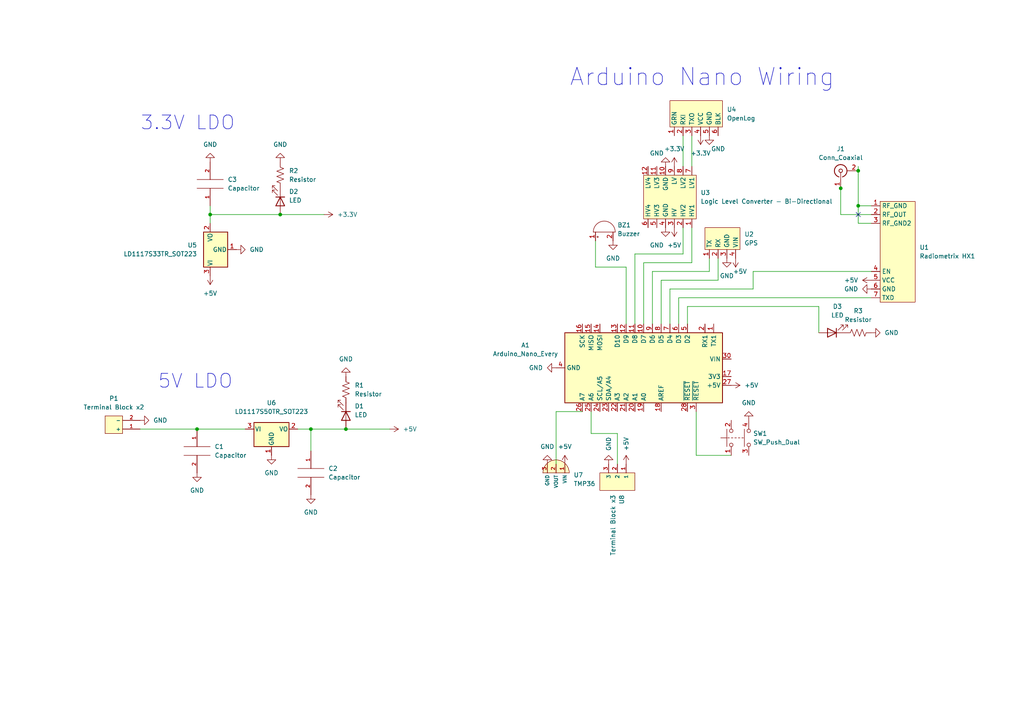
<source format=kicad_sch>
(kicad_sch (version 20211123) (generator eeschema)
  (paper "A4")
  (title_block (title "Trackuino-v2 Arduino Nano"))
  (lib_symbols
    (symbol "Connector:Conn_Coaxial" (pin_names (offset 1.016) hide)
      (property "Reference" "J" (at 0.254 3.048 0))
      (property "Value" "Conn_Coaxial" (at 2.921 0 90))
      (symbol "Conn_Coaxial_0_1"
        (arc (start -1.778 -0.508) (mid 0.2311 -1.8066) (end 1.778 0) (stroke (width 0.254)))
        (polyline (pts (xy -2.54 0) (xy -0.508 0)))
        (polyline (pts (xy 0 -2.54) (xy 0 -1.778)))
        (circle (center 0 0) (radius 0.508) (stroke (width 0.2032)))
        (arc (start 1.778 0) (mid 0.2099 1.8101) (end -1.778 0.508) (stroke (width 0.254)))
      )
      (symbol "Conn_Coaxial_1_1"
        (pin passive line (at -5.08 0 0) (length 2.54) (name "In") (number "1"))
        (pin passive line (at 0 -5.08 90) (length 2.54) (name "Ext") (number "2"))
      )
    )
    (symbol "Device:Buzzer" (pin_names (offset 0.0254) hide)
      (property "Reference" "BZ" (at 3.81 1.27 0))
      (property "Value" "Buzzer" (at 3.81 -1.27 0))
      (symbol "Buzzer_0_1"
        (arc (start 0 -3.175) (mid 3.175 0) (end 0 3.175))
        (polyline (pts (xy -1.651 1.905) (xy -1.143 1.905)))
        (polyline (pts (xy -1.397 2.159) (xy -1.397 1.651)))
        (polyline (pts (xy 0 3.175) (xy 0 -3.175)))
      )
      (symbol "Buzzer_1_1"
        (pin passive line (at -2.54 2.54 0) (length 2.54) (name "-") (number "1"))
        (pin passive line (at -2.54 -2.54 0) (length 2.54) (name "+") (number "2"))
      )
    )
    (symbol "MCU_Module:Arduino_Nano_Every"
      (property "Reference" "A" (at -10.16 23.495 0))
      (property "Value" "Arduino_Nano_Every" (at 5.08 -24.13 0))
      (symbol "Arduino_Nano_Every_0_1"
        (rectangle (start -10.16 22.86) (end 10.16 -22.86) (stroke (width 0.254)) (fill (type background)))
      )
      (symbol "Arduino_Nano_Every_1_1"
        (pin bidirectional line (at -12.7 20.32 0) (length 2.54) (name "TX1") (number "1"))
        (pin bidirectional line (at -12.7 0 0) (length 2.54) (name "D7") (number "10"))
        (pin bidirectional line (at -12.7 -2.54 0) (length 2.54) (name "D8") (number "11"))
        (pin bidirectional line (at -12.7 -5.08 0) (length 2.54) (name "D9") (number "12"))
        (pin bidirectional line (at -12.7 -7.62 0) (length 2.54) (name "D10") (number "13"))
        (pin bidirectional line (at -12.7 -12.7 0) (length 2.54) (name "MOSI") (number "14"))
        (pin bidirectional line (at -12.7 -15.24 0) (length 2.54) (name "MISO") (number "15"))
        (pin bidirectional line (at -12.7 -17.78 0) (length 2.54) (name "SCK") (number "16"))
        (pin power_out line (at 2.54 25.4 270) (length 2.54) (name "3V3") (number "17"))
        (pin input line (at 12.7 5.08 180) (length 2.54) (name "AREF") (number "18"))
        (pin bidirectional line (at 12.7 0 180) (length 2.54) (name "A0") (number "19"))
        (pin bidirectional line (at -12.7 17.78 0) (length 2.54) (name "RX1") (number "2"))
        (pin bidirectional line (at 12.7 -2.54 180) (length 2.54) (name "A1") (number "20"))
        (pin bidirectional line (at 12.7 -5.08 180) (length 2.54) (name "A2") (number "21"))
        (pin bidirectional line (at 12.7 -7.62 180) (length 2.54) (name "A3") (number "22"))
        (pin bidirectional line (at 12.7 -10.16 180) (length 2.54) (name "SDA/A4") (number "23"))
        (pin bidirectional line (at 12.7 -12.7 180) (length 2.54) (name "SCL/A5") (number "24"))
        (pin bidirectional line (at 12.7 -15.24 180) (length 2.54) (name "A6") (number "25"))
        (pin bidirectional line (at 12.7 -17.78 180) (length 2.54) (name "A7") (number "26"))
        (pin power_out line (at 5.08 25.4 270) (length 2.54) (name "+5V") (number "27"))
        (pin input line (at 12.7 12.7 180) (length 2.54) (name "~{RESET}") (number "28"))
        (pin passive line (at 0 -25.4 90) (length 2.54) hide (name "GND") (number "29"))
        (pin input line (at 12.7 15.24 180) (length 2.54) (name "~{RESET}") (number "3"))
        (pin power_in line (at -2.54 25.4 270) (length 2.54) (name "VIN") (number "30"))
        (pin power_in line (at 0 -25.4 90) (length 2.54) (name "GND") (number "4"))
        (pin bidirectional line (at -12.7 12.7 0) (length 2.54) (name "D2") (number "5"))
        (pin bidirectional line (at -12.7 10.16 0) (length 2.54) (name "D3") (number "6"))
        (pin bidirectional line (at -12.7 7.62 0) (length 2.54) (name "D4") (number "7"))
        (pin bidirectional line (at -12.7 5.08 0) (length 2.54) (name "D5") (number "8"))
        (pin bidirectional line (at -12.7 2.54 0) (length 2.54) (name "D6") (number "9"))
      )
    )
    (symbol "Regulator_Linear:LD1117S33TR_SOT223" (pin_names (offset 0.254))
      (property "Reference" "U" (at -3.81 3.175 0))
      (property "Value" "LD1117S33TR_SOT223" (at 0 3.175 0))
      (symbol "LD1117S33TR_SOT223_0_1"
        (rectangle (start -5.08 -5.08) (end 5.08 1.905) (stroke (width 0.254)) (fill (type background)))
      )
      (symbol "LD1117S33TR_SOT223_1_1"
        (pin power_in line (at 0 -7.62 90) (length 2.54) (name "GND") (number "1"))
        (pin power_out line (at 7.62 0 180) (length 2.54) (name "VO") (number "2"))
        (pin power_in line (at -7.62 0 0) (length 2.54) (name "VI") (number "3"))
      )
    )
    (symbol "Regulator_Linear:LD1117S50TR_SOT223" (pin_names (offset 0.254))
      (property "Reference" "U" (at -3.81 3.175 0))
      (property "Value" "LD1117S50TR_SOT223" (at 0 3.175 0))
      (symbol "LD1117S50TR_SOT223_0_1"
        (rectangle (start -5.08 -5.08) (end 5.08 1.905) (stroke (width 0.254)) (fill (type background)))
      )
      (symbol "LD1117S50TR_SOT223_1_1"
        (pin power_in line (at 0 -7.62 90) (length 2.54) (name "GND") (number "1"))
        (pin power_out line (at 7.62 0 180) (length 2.54) (name "VO") (number "2"))
        (pin power_in line (at -7.62 0 0) (length 2.54) (name "VI") (number "3"))
      )
    )
    (symbol "Switch:SW_Push_Dual" (pin_names (offset 1.016) hide)
      (property "Reference" "SW" (at 1.27 2.54 0))
      (property "Value" "SW_Push_Dual" (at 0 -6.858 0))
      (symbol "SW_Push_Dual_0_1"
        (circle (center -2.032 -5.08) (radius 0.508))
        (circle (center -2.032 0) (radius 0.508))
        (polyline (pts (xy 0 -3.048) (xy 0 -3.556)))
        (polyline (pts (xy 0 -2.032) (xy 0 -2.54)))
        (polyline (pts (xy 0 -1.524) (xy 0 -1.016)))
        (polyline (pts (xy 0 -0.508) (xy 0 0)))
        (polyline (pts (xy 0 0.508) (xy 0 1.016)))
        (polyline (pts (xy 0 1.27) (xy 0 3.048)))
        (polyline (pts (xy 2.54 -3.81) (xy -2.54 -3.81)))
        (polyline (pts (xy 2.54 1.27) (xy -2.54 1.27)))
        (circle (center 2.032 -5.08) (radius 0.508))
        (circle (center 2.032 0) (radius 0.508))
        (pin passive line (at -5.08 0 0) (length 2.54) (name "1") (number "1"))
        (pin passive line (at 5.08 0 180) (length 2.54) (name "2") (number "2"))
        (pin passive line (at -5.08 -5.08 0) (length 2.54) (name "3") (number "3"))
        (pin passive line (at 5.08 -5.08 180) (length 2.54) (name "4") (number "4"))
      )
    )
    (symbol "Trackuino:Capacitor" (pin_names (offset 0.254))
      (property "Reference" "C?" (at 5.08 1.2701 0))
      (property "Value" "Capacitor" (at 5.08 -1.2699 0))
      (symbol "Capacitor_0_1"
        (polyline (pts (xy -3.81 -1.27) (xy 3.81 -1.27)))
        (polyline (pts (xy -3.81 1.27) (xy 3.81 1.27)))
      )
      (symbol "Capacitor_1_1"
        (pin power_in line (at 0 6.35 270) (length 5.08) (name "~") (number "1"))
        (pin power_out line (at 0 -6.35 90) (length 5.08) (name "~") (number "2"))
      )
    )
    (symbol "Trackuino:GPS"
      (property "Reference" "U" (at 0 10.16 0))
      (property "Value" "GPS" (at 0 6.35 0))
      (symbol "GPS_0_1"
        (rectangle (start -5.08 3.81) (end 5.08 -2.54) (fill (type background)))
      )
      (symbol "GPS_1_1"
        (pin output line (at -3.81 -5.08 90) (length 2.54) (name "TX") (number "1"))
        (pin input line (at -1.27 -5.08 90) (length 2.54) (name "RX") (number "2"))
        (pin power_in line (at 1.27 -5.08 90) (length 2.54) (name "GND") (number "3"))
        (pin power_in line (at 3.81 -5.08 90) (length 2.54) (name "VIN") (number "4"))
      )
    )
    (symbol "Trackuino:LED" (pin_numbers hide) (pin_names (offset 1.016) hide)
      (property "Reference" "D?" (at -1.5875 6.35 0))
      (property "Value" "LED" (at -1.5875 3.81 0))
      (symbol "LED_0_1"
        (polyline (pts (xy -1.27 -1.27) (xy -1.27 1.27)) (stroke (width 0.254)))
        (polyline (pts (xy -1.27 0) (xy 1.27 0)))
        (polyline (pts (xy 1.27 -1.27) (xy 1.27 1.27) (xy -1.27 0) (xy 1.27 -1.27)) (stroke (width 0.254)))
        (polyline (pts (xy -3.048 -0.762) (xy -4.572 -2.286) (xy -3.81 -2.286) (xy -4.572 -2.286) (xy -4.572 -1.524)))
        (polyline (pts (xy -1.778 -0.762) (xy -3.302 -2.286) (xy -2.54 -2.286) (xy -3.302 -2.286) (xy -3.302 -1.524)))
      )
      (symbol "LED_1_1"
        (pin passive line (at -3.81 0 0) (length 2.54) (name "K") (number "1"))
        (pin passive line (at 3.81 0 180) (length 2.54) (name "A") (number "2"))
      )
    )
    (symbol "Trackuino:Logic Level Converter - Bi-Directional"
      (property "Reference" "U" (at 0 15.24 0))
      (property "Value" "Logic Level Converter - Bi-Directional" (at 0 12.7 0))
      (symbol "Logic Level Converter - Bi-Directional_0_1"
        (rectangle (start -6.35 10.16) (end 6.35 -5.08) (fill (type background)))
      )
      (symbol "Logic Level Converter - Bi-Directional_1_1"
        (pin bidirectional line (at -8.89 -3.81 0) (length 2.54) (name "HV1") (number "1"))
        (pin power_in line (at 8.89 3.81 180) (length 2.54) (name "GND") (number "10"))
        (pin bidirectional line (at 8.89 6.35 180) (length 2.54) (name "LV3") (number "11"))
        (pin bidirectional line (at 8.89 8.89 180) (length 2.54) (name "LV4") (number "12"))
        (pin bidirectional line (at -8.89 -1.27 0) (length 2.54) (name "HV2") (number "2"))
        (pin power_in line (at -8.89 1.27 0) (length 2.54) (name "HV") (number "3"))
        (pin power_in line (at -8.89 3.81 0) (length 2.54) (name "GND") (number "4"))
        (pin bidirectional line (at -8.89 6.35 0) (length 2.54) (name "HV3") (number "5"))
        (pin bidirectional line (at -8.89 8.89 0) (length 2.54) (name "HV4") (number "6"))
        (pin bidirectional line (at 8.89 -3.81 180) (length 2.54) (name "LV1") (number "7"))
        (pin bidirectional line (at 8.89 -1.27 180) (length 2.54) (name "LV2") (number "8"))
        (pin power_in line (at 8.89 1.27 180) (length 2.54) (name "LV") (number "9"))
      )
    )
    (symbol "Trackuino:OpenLog"
      (property "Reference" "U" (at 0 6.35 0))
      (property "Value" "OpenLog" (at 0 5.08 0))
      (symbol "OpenLog_0_1"
        (rectangle (start -7.62 3.81) (end 7.62 -3.81) (fill (type background)))
      )
      (symbol "OpenLog_1_1"
        (pin input line (at -6.35 -6.35 90) (length 2.54) (name "GRN") (number "1"))
        (pin input line (at -3.81 -6.35 90) (length 2.54) (name "RXI") (number "2"))
        (pin output line (at -1.27 -6.35 90) (length 2.54) (name "TXO") (number "3"))
        (pin power_in line (at 1.27 -6.35 90) (length 2.54) (name "VCC") (number "4"))
        (pin power_in line (at 3.81 -6.35 90) (length 2.54) (name "GND") (number "5"))
        (pin power_in line (at 6.35 -6.35 90) (length 2.54) (name "BLK") (number "6"))
      )
    )
    (symbol "Trackuino:Radiometrix HX1"
      (property "Reference" "U" (at 0 15.24 0))
      (property "Value" "Radiometrix HX1" (at 0 11.43 0))
      (symbol "Radiometrix HX1_0_1"
        (rectangle (start -13.97 7.62) (end 15.24 -2.54) (fill (type background)))
      )
      (symbol "Radiometrix HX1_1_1"
        (pin power_out line (at -12.7 -5.08 90) (length 2.54) (name "RF_GND") (number "1"))
        (pin power_out line (at -10.16 -5.08 90) (length 2.54) (name "RF_OUT") (number "2"))
        (pin power_out line (at -7.62 -5.08 90) (length 2.54) (name "RF_GND2") (number "3"))
        (pin input line (at 6.35 -5.08 90) (length 2.54) (name "EN") (number "4"))
        (pin power_in line (at 8.89 -5.08 90) (length 2.54) (name "VCC") (number "5"))
        (pin power_in line (at 11.43 -5.08 90) (length 2.54) (name "GND") (number "6"))
        (pin input line (at 13.97 -5.08 90) (length 2.54) (name "TXD") (number "7"))
      )
    )
    (symbol "Trackuino:Resistor" (pin_numbers hide) (pin_names (offset 0))
      (property "Reference" "R?" (at 2.54 1.2701 0))
      (property "Value" "Resistor" (at 2.54 -1.2699 0))
      (symbol "Resistor_0_1"
        (polyline (pts (xy 0 -2.286) (xy 0 -2.54)))
        (polyline (pts (xy 0 2.286) (xy 0 2.54)))
        (polyline (pts (xy 0 -0.762) (xy 1.016 -1.143) (xy 0 -1.524) (xy -1.016 -1.905) (xy 0 -2.286)))
        (polyline (pts (xy 0 0.762) (xy 1.016 0.381) (xy 0 0) (xy -1.016 -0.381) (xy 0 -0.762)))
        (polyline (pts (xy 0 2.286) (xy 1.016 1.905) (xy 0 1.524) (xy -1.016 1.143) (xy 0 0.762)))
      )
      (symbol "Resistor_1_1"
        (pin passive line (at 0 3.81 270) (length 1.27) (name "~") (number "1"))
        (pin passive line (at 0 -3.81 90) (length 1.27) (name "~") (number "2"))
      )
    )
    (symbol "Trackuino:TMP36"
      (property "Reference" "U" (at 0 0 0))
      (property "Value" "TMP36" (at 0 2.54 0))
      (symbol "TMP36_0_1"
        (arc (start -3.81 -6.35) (mid 0 -10.1992) (end 3.81 -6.35) (fill (type background)))
        (rectangle (start 3.81 -6.35) (end -3.81 -6.35))
      )
      (symbol "TMP36_1_1"
        (pin power_in line (at -2.54 -8.89 90) (length 2.54) (name "VIN") (number "1"))
        (pin power_out line (at 0 -8.89 90) (length 2.54) (name "VOUT") (number "2"))
        (pin power_in line (at 2.54 -8.89 90) (length 2.54) (name "GND") (number "3"))
      )
    )
    (symbol "Trackuino:Terminal Block x2"
      (property "Reference" "P" (at 0 0 0))
      (property "Value" "Terminal Block x2" (at 0 2.54 0))
      (symbol "Terminal Block x2_0_1"
        (rectangle (start -2.54 -1.27) (end 2.54 -6.35) (fill (type background)))
      )
      (symbol "Terminal Block x2_1_1"
        (pin power_in line (at -1.27 -11.43 90) (length 5.08) (name "+") (number "1"))
        (pin power_in line (at 1.27 -11.43 90) (length 5.08) (name "-") (number "2"))
      )
    )
    (symbol "Trackuino:Terminal Block x3"
      (property "Reference" "U" (at 0 0 0))
      (property "Value" "Terminal Block x3" (at 0 2.54 0))
      (symbol "Terminal Block x3_0_1"
        (rectangle (start -5.08 -2.54) (end 5.08 -7.62) (fill (type background)))
      )
      (symbol "Terminal Block x3_1_1"
        (pin unspecified line (at -2.54 -10.16 90) (length 2.54) (name "1") (number "1"))
        (pin unspecified line (at 0 -10.16 90) (length 2.54) (name "2") (number "2"))
        (pin unspecified line (at 2.54 -10.16 90) (length 2.54) (name "3") (number "3"))
      )
    )
    (symbol "power:+3.3V" (power) (pin_names (offset 0))
      (property "Value" "+3.3V" (at 0 3.556 0))
      (symbol "+3.3V_0_1"
        (polyline (pts (xy -0.762 1.27) (xy 0 2.54)))
        (polyline (pts (xy 0 0) (xy 0 2.54)))
        (polyline (pts (xy 0 2.54) (xy 0.762 1.27)))
      )
      (symbol "+3.3V_1_1"
        (pin power_in line (at 0 0 90) (length 0) hide (name "+3.3V") (number "1"))
      )
    )
    (symbol "power:+5V" (power) (pin_names (offset 0))
      (property "Value" "+5V" (at 0 3.556 0))
      (symbol "+5V_0_1"
        (polyline (pts (xy -0.762 1.27) (xy 0 2.54)))
        (polyline (pts (xy 0 0) (xy 0 2.54)))
        (polyline (pts (xy 0 2.54) (xy 0.762 1.27)))
      )
      (symbol "+5V_1_1"
        (pin power_in line (at 0 0 90) (length 0) hide (name "+5V") (number "1"))
      )
    )
    (symbol "power:GND" (power) (pin_names (offset 0))
      (property "Value" "GND" (at 0 -3.81 0))
      (symbol "GND_0_1"
        (polyline (pts (xy 0 0) (xy 0 -1.27) (xy 1.27 -1.27) (xy 0 -2.54) (xy -1.27 -1.27) (xy 0 -1.27)))
      )
      (symbol "GND_1_1"
        (pin power_in line (at 0 0 270) (length 0) hide (name "GND") (number "1"))
      )
    )
  )
  (junction (at 57.15 124.46))
  (junction (at 60.96 62.23))
  (junction (at 248.92 49.53))
  (junction (at 90.17 124.46))
  (junction (at 81.28 62.23))
  (junction (at 100.33 124.46))
  (junction (at 248.92 59.69))
  (junction (at 243.84 54.61))
  (no_connect (at 248.92 62.23))
  (wire (pts (xy 60.96 62.23) (xy 81.28 62.23)))
  (wire (pts (xy 243.84 62.23) (xy 243.84 54.61)))
  (wire (pts (xy 199.39 88.9) (xy 199.39 93.98)))
  (wire (pts (xy 90.17 124.46) (xy 100.33 124.46)))
  (wire (pts (xy 248.92 59.69) (xy 252.73 59.69)))
  (wire (pts (xy 201.93 132.08) (xy 212.09 132.08)))
  (wire (pts (xy 200.66 39.37) (xy 200.66 48.26)))
  (wire (pts (xy 196.85 86.36) (xy 252.73 86.36)))
  (wire (pts (xy 189.23 78.74) (xy 189.23 93.98)))
  (wire (pts (xy 60.96 62.23) (xy 60.96 64.77)))
  (wire (pts (xy 198.12 66.04) (xy 198.12 73.66)))
  (wire (pts (xy 172.72 77.47) (xy 181.61 77.47)))
  (wire (pts (xy 179.07 125.73) (xy 171.45 125.73)))
  (wire (pts (xy 172.72 69.85) (xy 172.72 77.47)))
  (wire (pts (xy 248.92 48.26) (xy 248.92 49.53)))
  (wire (pts (xy 205.74 74.93) (xy 205.74 78.74)))
  (wire (pts (xy 237.49 88.9) (xy 199.39 88.9)))
  (wire (pts (xy 179.07 134.62) (xy 179.07 125.73)))
  (wire (pts (xy 196.85 86.36) (xy 196.85 93.98)))
  (wire (pts (xy 90.17 124.46) (xy 90.17 130.81)))
  (wire (pts (xy 161.29 119.38) (xy 168.91 119.38)))
  (wire (pts (xy 200.66 76.2) (xy 186.69 76.2)))
  (wire (pts (xy 252.73 64.77) (xy 248.92 64.77)))
  (wire (pts (xy 184.15 73.66) (xy 184.15 93.98)))
  (wire (pts (xy 237.49 96.52) (xy 237.49 88.9)))
  (wire (pts (xy 57.15 124.46) (xy 71.12 124.46)))
  (wire (pts (xy 252.73 62.23) (xy 243.84 62.23)))
  (wire (pts (xy 198.12 39.37) (xy 198.12 48.26)))
  (wire (pts (xy 200.66 66.04) (xy 200.66 76.2)))
  (wire (pts (xy 248.92 59.69) (xy 248.92 49.53)))
  (wire (pts (xy 198.12 73.66) (xy 184.15 73.66)))
  (wire (pts (xy 40.64 124.46) (xy 57.15 124.46)))
  (wire (pts (xy 218.44 78.74) (xy 218.44 83.82)))
  (wire (pts (xy 90.17 124.46) (xy 86.36 124.46)))
  (wire (pts (xy 252.73 78.74) (xy 218.44 78.74)))
  (wire (pts (xy 100.33 124.46) (xy 113.03 124.46)))
  (wire (pts (xy 161.29 134.62) (xy 161.29 119.38)))
  (wire (pts (xy 81.28 62.23) (xy 93.98 62.23)))
  (wire (pts (xy 191.77 81.28) (xy 191.77 93.98)))
  (wire (pts (xy 218.44 83.82) (xy 194.31 83.82)))
  (wire (pts (xy 248.92 64.77) (xy 248.92 59.69)))
  (wire (pts (xy 243.84 53.34) (xy 243.84 54.61)))
  (wire (pts (xy 208.28 81.28) (xy 208.28 74.93)))
  (wire (pts (xy 60.96 59.69) (xy 60.96 62.23)))
  (wire (pts (xy 186.69 76.2) (xy 186.69 93.98)))
  (wire (pts (xy 191.77 81.28) (xy 208.28 81.28)))
  (wire (pts (xy 194.31 83.82) (xy 194.31 93.98)))
  (wire (pts (xy 201.93 119.38) (xy 201.93 132.08)))
  (wire (pts (xy 205.74 78.74) (xy 189.23 78.74)))
  (wire (pts (xy 181.61 77.47) (xy 181.61 93.98)))
  (wire (pts (xy 171.45 125.73) (xy 171.45 119.38)))
  (text "5V LDO" (at 45.72 113.03 0) (effects (font (size 4 4)) (justify left bottom)))
  (text "3.3V LDO" (at 40.64 38.1 0) (effects (font (size 4 4)) (justify left bottom)))
  (text "Arduino Nano Wiring" (at 165.1 25.4 0) (effects (font (size 5 5)) (justify left bottom)))
  (symbol (lib_id "power:GND") (at 176.53 134.62 180) (unit 1)
    (property "Reference" "#PWR0118" (effects hide))
    (property "Value" "GND" (at 176.5301 130.81 90) (effects (justify right)))
  )
  (symbol (lib_id "power:GND") (at 177.8 69.85 0) (unit 1)
    (property "Reference" "#PWR0123" (effects hide))
    (property "Value" "GND" (at 177.8 74.93 0))
  )
  (symbol (lib_id "Trackuino:Capacitor") (at 57.15 130.81 0) (unit 1)
    (property "Reference" "C1" (at 62.23 129.5399 0) (effects (justify left)))
    (property "Value" "Capacitor" (at 62.23 132.0799 0) (effects (justify left)))
    (property "Footprint" "Trackuino:Capacitor" (effects hide))
  )
  (symbol (lib_id "MCU_Module:Arduino_Nano_Every") (at 186.69 106.68 270) (unit 1)
    (property "Reference" "A1" (at 152.4 100.1012 90))
    (property "Value" "Arduino_Nano_Every" (at 152.4 102.6412 90))
    (property "Footprint" "Module:Arduino_Nano" (effects hide))
    (property "Datasheet" "https://content.arduino.cc/assets/NANOEveryV3.0_sch.pdf" (effects hide))
  )
  (symbol (lib_id "power:+5V") (at 60.96 80.01 180) (unit 1)
    (property "Reference" "#PWR0102" (effects hide))
    (property "Value" "+5V" (at 60.96 85.09 0))
  )
  (symbol (lib_id "Trackuino:Resistor") (at 100.33 113.03 0) (unit 1)
    (property "Reference" "R1" (at 102.87 111.7599 0) (effects (justify left)))
    (property "Value" "Resistor" (at 102.87 114.2999 0) (effects (justify left)))
    (property "Footprint" "Trackuino:Resistor" (effects hide))
  )
  (symbol (lib_id "power:+5V") (at 252.73 81.28 90) (unit 1)
    (property "Reference" "#PWR0126" (effects hide))
    (property "Value" "+5V" (at 248.92 81.2799 90) (effects (justify left)))
  )
  (symbol (lib_id "power:+3.3V") (at 195.58 48.26 0) (unit 1)
    (property "Reference" "#PWR0128" (effects hide))
    (property "Value" "+3.3V" (at 195.58 43.18 0))
  )
  (symbol (lib_id "Trackuino:Capacitor") (at 90.17 137.16 0) (unit 1)
    (property "Reference" "C2" (at 95.25 135.8899 0) (effects (justify left)))
    (property "Value" "Capacitor" (at 95.25 138.4299 0) (effects (justify left)))
    (property "Footprint" "Trackuino:Capacitor" (effects hide))
  )
  (symbol (lib_id "Connector:Conn_Coaxial") (at 243.84 49.53 90) (unit 1)
    (property "Reference" "J1" (at 243.84 43.18 90))
    (property "Value" "Conn_Coaxial" (at 243.84 45.72 90))
    (property "Footprint" "Trackuino:SMA Jack" (effects hide))
    (property "Datasheet" " ~" (effects hide))
  )
  (symbol (lib_id "power:+5V") (at 213.36 74.93 180) (unit 1)
    (property "Reference" "#PWR0121" (effects hide))
    (property "Value" "+5V" (at 214.63 78.74 0))
  )
  (symbol (lib_id "power:+5V") (at 113.03 124.46 270) (unit 1)
    (property "Reference" "#PWR0107" (effects hide))
    (property "Value" "+5V" (at 116.84 124.4599 90) (effects (justify left)))
  )
  (symbol (lib_id "power:GND") (at 161.29 106.68 270) (unit 1)
    (property "Reference" "#PWR0116" (effects hide))
    (property "Value" "GND" (at 157.48 106.6799 90) (effects (justify right)))
  )
  (symbol (lib_id "power:GND") (at 78.74 132.08 0) (unit 1)
    (property "Reference" "#PWR0104" (effects hide))
    (property "Value" "GND" (at 78.74 137.16 0))
  )
  (symbol (lib_id "power:GND") (at 68.58 72.39 90) (unit 1)
    (property "Reference" "#PWR0111" (effects hide))
    (property "Value" "GND" (at 72.39 72.3899 90) (effects (justify right)))
  )
  (symbol (lib_id "Trackuino:Terminal Block x3") (at 179.07 144.78 180) (unit 1)
    (property "Reference" "U8" (at 180.3401 143.51 90) (effects (justify left)))
    (property "Value" "Terminal Block x3" (at 177.8001 143.51 90) (effects (justify left)))
    (property "Footprint" "Trackuino:Terminal Block x3" (effects hide))
  )
  (symbol (lib_id "power:GND") (at 158.75 134.62 180) (unit 1)
    (property "Reference" "#PWR0120" (effects hide))
    (property "Value" "GND" (at 158.75 129.54 0))
  )
  (symbol (lib_id "power:GND") (at 217.17 121.92 180) (unit 1)
    (property "Reference" "#PWR0113" (effects hide))
    (property "Value" "GND" (at 217.17 116.84 0))
  )
  (symbol (lib_id "Trackuino:LED") (at 81.28 58.42 270) (unit 1)
    (property "Reference" "D2" (at 83.82 55.5624 90) (effects (justify left)))
    (property "Value" "LED" (at 83.82 58.1024 90) (effects (justify left)))
    (property "Footprint" "Trackuino:LED" (effects hide))
  )
  (symbol (lib_id "power:GND") (at 252.73 96.52 90) (unit 1)
    (property "Reference" "#PWR0124" (effects hide))
    (property "Value" "GND" (at 256.54 96.5199 90) (effects (justify right)))
  )
  (symbol (lib_id "power:GND") (at 193.04 66.04 0) (unit 1)
    (property "Reference" "#PWR0114" (effects hide))
    (property "Value" "GND" (at 190.5 71.12 0))
  )
  (symbol (lib_id "Switch:SW_Push_Dual") (at 212.09 127 90) (unit 1)
    (property "Reference" "SW1" (at 218.44 125.7299 90) (effects (justify right)))
    (property "Value" "SW_Push_Dual" (at 218.44 128.2699 90) (effects (justify right)))
    (property "Footprint" "Trackuino:Button" (effects hide))
  )
  (symbol (lib_id "Device:Buzzer") (at 175.26 67.31 90) (unit 1)
    (property "Reference" "BZ1" (at 179.07 65.2779 90) (effects (justify right)))
    (property "Value" "Buzzer" (at 179.07 67.8179 90) (effects (justify right)))
    (property "Footprint" "Trackuino:Buzzer" (effects hide))
  )
  (symbol (lib_id "power:GND") (at 193.04 48.26 180) (unit 1)
    (property "Reference" "#PWR0127" (effects hide))
    (property "Value" "GND" (at 190.5 44.45 0))
  )
  (symbol (lib_id "power:+3.3V") (at 203.2 39.37 180) (unit 1)
    (property "Reference" "#PWR0130" (effects hide))
    (property "Value" "+3.3V" (at 203.2 44.45 0))
  )
  (symbol (lib_id "power:+5V") (at 195.58 66.04 180) (unit 1)
    (property "Reference" "#PWR0115" (effects hide))
    (property "Value" "+5V" (at 195.58 71.12 0))
  )
  (symbol (lib_id "power:GND") (at 100.33 109.22 180) (unit 1)
    (property "Reference" "#PWR0106" (effects hide))
    (property "Value" "GND" (at 100.33 104.14 0))
  )
  (symbol (lib_id "Trackuino:OpenLog") (at 201.93 33.02 0) (unit 1)
    (property "Reference" "U4" (at 210.82 31.7499 0) (effects (justify left)))
    (property "Value" "OpenLog" (at 210.82 34.2899 0) (effects (justify left)))
    (property "Footprint" "Trackuino:OpenLog" (effects hide))
    (property "Datasheet" "https://learn.sparkfun.com/tutorials/openlog-hookup-guide" (effects hide))
    (property "Manufacturer" "SparkFun" (effects hide))
  )
  (symbol (lib_id "Trackuino:LED") (at 100.33 120.65 270) (unit 1)
    (property "Reference" "D1" (at 102.87 117.7924 90) (effects (justify left)))
    (property "Value" "LED" (at 102.87 120.3324 90) (effects (justify left)))
    (property "Footprint" "Trackuino:LED" (effects hide))
  )
  (symbol (lib_id "power:GND") (at 90.17 143.51 0) (unit 1)
    (property "Reference" "#PWR0105" (effects hide))
    (property "Value" "GND" (at 90.17 148.59 0))
  )
  (symbol (lib_id "Trackuino:Logic Level Converter - Bi-Directional") (at 196.85 57.15 90) (unit 1)
    (property "Reference" "U3" (at 203.2 55.8799 90) (effects (justify right)))
    (property "Value" "Logic Level Converter - Bi-Directional" (at 203.2 58.42 90) (effects (justify right)))
    (property "Footprint" "Trackuino:Logic Level Converter - Bi-Directional" (effects hide))
    (property "Datasheet" "https://learn.sparkfun.com/tutorials/bi-directional-logic-level-converter-hookup-guide" (effects hide))
    (property "Manufacturer" "SparkFun" (effects hide))
  )
  (symbol (lib_id "power:+5V") (at 181.61 134.62 0) (unit 1)
    (property "Reference" "#PWR0117" (effects hide))
    (property "Value" "+5V" (at 181.6101 130.81 90) (effects (justify left)))
  )
  (symbol (lib_id "power:GND") (at 40.64 121.92 90) (unit 1)
    (property "Reference" "#PWR0108" (effects hide))
    (property "Value" "GND" (at 44.45 121.9199 90) (effects (justify right)))
  )
  (symbol (lib_id "power:GND") (at 60.96 46.99 180) (unit 1)
    (property "Reference" "#PWR0101" (effects hide))
    (property "Value" "GND" (at 60.96 41.91 0))
  )
  (symbol (lib_id "Trackuino:Terminal Block x2") (at 29.21 123.19 90) (unit 1)
    (property "Reference" "P1" (at 33.02 115.57 90))
    (property "Value" "Terminal Block x2" (at 33.02 118.11 90))
    (property "Footprint" "Trackuino:Terminal Block x2" (effects hide))
  )
  (symbol (lib_id "Trackuino:GPS") (at 209.55 69.85 0) (unit 1)
    (property "Reference" "U2" (at 215.9 67.9449 0) (effects (justify left)))
    (property "Value" "GPS" (at 215.9 70.4849 0) (effects (justify left)))
    (property "Footprint" "Trackuino:GPS" (effects hide))
  )
  (symbol (lib_id "Regulator_Linear:LD1117S50TR_SOT223") (at 78.74 124.46 0) (unit 1)
    (property "Reference" "U6" (at 78.74 116.84 0))
    (property "Value" "LD1117S50TR_SOT223" (at 78.74 119.38 0))
    (property "Footprint" "Package_TO_SOT_SMD:SOT-223-3_TabPin2" (effects hide))
    (property "Datasheet" "http://www.st.com/st-web-ui/static/active/en/resource/technical/document/datasheet/CD00000544.pdf" (effects hide))
  )
  (symbol (lib_id "Trackuino:Resistor") (at 248.92 96.52 270) (unit 1)
    (property "Reference" "R3" (at 248.92 90.17 90))
    (property "Value" "Resistor" (at 248.92 92.71 90))
    (property "Footprint" "Trackuino:Resistor" (effects hide))
  )
  (symbol (lib_id "power:GND") (at 205.74 39.37 0) (unit 1)
    (property "Reference" "#PWR0129" (effects hide))
    (property "Value" "GND" (at 208.28 43.18 0))
  )
  (symbol (lib_id "power:+3.3V") (at 93.98 62.23 270) (unit 1)
    (property "Reference" "#PWR0110" (effects hide))
    (property "Value" "+3.3V" (at 97.79 62.2299 90) (effects (justify left)))
  )
  (symbol (lib_id "Trackuino:LED") (at 241.3 96.52 180) (unit 1)
    (property "Reference" "D3" (at 242.8875 88.9 0))
    (property "Value" "LED" (at 242.8875 91.44 0))
    (property "Footprint" "Trackuino:LED" (effects hide))
  )
  (symbol (lib_id "Trackuino:Resistor") (at 81.28 50.8 0) (unit 1)
    (property "Reference" "R2" (at 83.82 49.5299 0) (effects (justify left)))
    (property "Value" "Resistor" (at 83.82 52.0699 0) (effects (justify left)))
    (property "Footprint" "Trackuino:Resistor" (effects hide))
  )
  (symbol (lib_id "power:GND") (at 210.82 74.93 0) (unit 1)
    (property "Reference" "#PWR0122" (effects hide))
    (property "Value" "GND" (at 210.82 80.01 0))
  )
  (symbol (lib_id "Regulator_Linear:LD1117S33TR_SOT223") (at 60.96 72.39 90) (unit 1)
    (property "Reference" "U5" (at 57.15 71.1199 90) (effects (justify left)))
    (property "Value" "LD1117S33TR_SOT223" (at 57.15 73.6599 90) (effects (justify left)))
    (property "Footprint" "Package_TO_SOT_SMD:SOT-223-3_TabPin2" (effects hide))
    (property "Datasheet" "http://www.st.com/st-web-ui/static/active/en/resource/technical/document/datasheet/CD00000544.pdf" (effects hide))
  )
  (symbol (lib_id "Trackuino:Radiometrix HX1") (at 257.81 72.39 270) (unit 1)
    (property "Reference" "U1" (at 266.7 71.7549 90) (effects (justify left)))
    (property "Value" "Radiometrix HX1" (at 266.7 74.2949 90) (effects (justify left)))
    (property "Footprint" "Trackuino:Radiometrix HX1" (effects hide))
    (property "Datasheet" "https://cdn.sparkfun.com/assets/d/1/1/4/b/HX1_APRS.pdf" (effects hide))
    (property "Manufacturer" "Radiometrix" (effects hide))
  )
  (symbol (lib_id "power:+5V") (at 163.83 134.62 0) (unit 1)
    (property "Reference" "#PWR0119" (effects hide))
    (property "Value" "+5V" (at 163.83 129.54 0))
  )
  (symbol (lib_id "Trackuino:Capacitor") (at 60.96 53.34 180) (unit 1)
    (property "Reference" "C3" (at 66.04 52.0699 0) (effects (justify right)))
    (property "Value" "Capacitor" (at 66.04 54.6099 0) (effects (justify right)))
    (property "Footprint" "Trackuino:Capacitor" (effects hide))
  )
  (symbol (lib_id "power:GND") (at 57.15 137.16 0) (unit 1)
    (property "Reference" "#PWR0103" (effects hide))
    (property "Value" "GND" (at 57.15 142.24 0))
  )
  (symbol (lib_id "power:GND") (at 252.73 83.82 270) (unit 1)
    (property "Reference" "#PWR0125" (effects hide))
    (property "Value" "GND" (at 248.92 83.8199 90) (effects (justify right)))
  )
  (symbol (lib_id "power:+5V") (at 212.09 111.76 270) (unit 1)
    (property "Reference" "#PWR0112" (effects hide))
    (property "Value" "+5V" (at 215.9 111.7599 90) (effects (justify left)))
  )
  (symbol (lib_id "Trackuino:TMP36") (at 161.29 143.51 180) (unit 1)
    (property "Reference" "U7" (at 166.37 137.7755 0) (effects (justify right)))
    (property "Value" "TMP36" (at 166.37 140.3155 0) (effects (justify right)))
    (property "Footprint" "Trackuino:TMP36" (effects hide))
  )
  (symbol (lib_id "power:GND") (at 81.28 46.99 180) (unit 1)
    (property "Reference" "#PWR0109" (effects hide))
    (property "Value" "GND" (at 81.28 41.91 0))
  )
)
</source>
